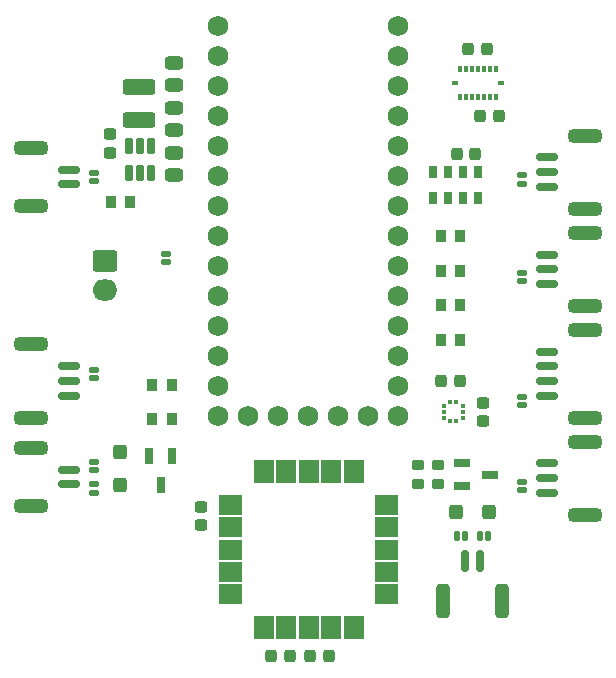
<source format=gbr>
%TF.GenerationSoftware,KiCad,Pcbnew,8.0.1*%
%TF.CreationDate,2024-04-29T03:40:20-07:00*%
%TF.ProjectId,CanSat PCB,43616e53-6174-4205-9043-422e6b696361,4*%
%TF.SameCoordinates,Original*%
%TF.FileFunction,Soldermask,Top*%
%TF.FilePolarity,Negative*%
%FSLAX46Y46*%
G04 Gerber Fmt 4.6, Leading zero omitted, Abs format (unit mm)*
G04 Created by KiCad (PCBNEW 8.0.1) date 2024-04-29 03:40:20*
%MOMM*%
%LPD*%
G01*
G04 APERTURE LIST*
G04 Aperture macros list*
%AMRoundRect*
0 Rectangle with rounded corners*
0 $1 Rounding radius*
0 $2 $3 $4 $5 $6 $7 $8 $9 X,Y pos of 4 corners*
0 Add a 4 corners polygon primitive as box body*
4,1,4,$2,$3,$4,$5,$6,$7,$8,$9,$2,$3,0*
0 Add four circle primitives for the rounded corners*
1,1,$1+$1,$2,$3*
1,1,$1+$1,$4,$5*
1,1,$1+$1,$6,$7*
1,1,$1+$1,$8,$9*
0 Add four rect primitives between the rounded corners*
20,1,$1+$1,$2,$3,$4,$5,0*
20,1,$1+$1,$4,$5,$6,$7,0*
20,1,$1+$1,$6,$7,$8,$9,0*
20,1,$1+$1,$8,$9,$2,$3,0*%
G04 Aperture macros list end*
%ADD10C,0.010000*%
%ADD11RoundRect,0.264941X-0.785859X0.635859X-0.785859X-0.635859X0.785859X-0.635859X0.785859X0.635859X0*%
%ADD12O,2.101600X1.801600*%
%ADD13RoundRect,0.062700X-0.338100X0.188100X-0.338100X-0.188100X0.338100X-0.188100X0.338100X0.188100X0*%
%ADD14RoundRect,0.062700X0.338100X-0.188100X0.338100X0.188100X-0.338100X0.188100X-0.338100X-0.188100X0*%
%ADD15RoundRect,0.062700X0.188100X0.338100X-0.188100X0.338100X-0.188100X-0.338100X0.188100X-0.338100X0*%
%ADD16RoundRect,0.062700X-0.188100X-0.338100X0.188100X-0.338100X0.188100X0.338100X-0.188100X0.338100X0*%
%ADD17RoundRect,0.275400X-1.125400X0.275400X-1.125400X-0.275400X1.125400X-0.275400X1.125400X0.275400X0*%
%ADD18RoundRect,0.175400X-0.725400X0.175400X-0.725400X-0.175400X0.725400X-0.175400X0.725400X0.175400X0*%
%ADD19RoundRect,0.250400X0.250400X0.275400X-0.250400X0.275400X-0.250400X-0.275400X0.250400X-0.275400X0*%
%ADD20RoundRect,0.225400X0.225400X0.300400X-0.225400X0.300400X-0.225400X-0.300400X0.225400X-0.300400X0*%
%ADD21RoundRect,0.250400X0.275400X-0.250400X0.275400X0.250400X-0.275400X0.250400X-0.275400X-0.250400X0*%
%ADD22RoundRect,0.225400X-0.300400X0.225400X-0.300400X-0.225400X0.300400X-0.225400X0.300400X0.225400X0*%
%ADD23RoundRect,0.275400X0.500400X-0.275400X0.500400X0.275400X-0.500400X0.275400X-0.500400X-0.275400X0*%
%ADD24RoundRect,0.225400X-0.225400X-0.300400X0.225400X-0.300400X0.225400X0.300400X-0.225400X0.300400X0*%
%ADD25RoundRect,0.050800X-0.275000X0.475000X-0.275000X-0.475000X0.275000X-0.475000X0.275000X0.475000X0*%
%ADD26RoundRect,0.275400X1.125400X-0.275400X1.125400X0.275400X-1.125400X0.275400X-1.125400X-0.275400X0*%
%ADD27RoundRect,0.175400X0.725400X-0.175400X0.725400X0.175400X-0.725400X0.175400X-0.725400X-0.175400X0*%
%ADD28RoundRect,0.050800X-0.660400X0.254000X-0.660400X-0.254000X0.660400X-0.254000X0.660400X0.254000X0*%
%ADD29RoundRect,0.250400X-0.275400X0.250400X-0.275400X-0.250400X0.275400X-0.250400X0.275400X0.250400X0*%
%ADD30RoundRect,0.273091X-0.327709X-0.327709X0.327709X-0.327709X0.327709X0.327709X-0.327709X0.327709X0*%
%ADD31RoundRect,0.175400X0.175400X-0.537900X0.175400X0.537900X-0.175400X0.537900X-0.175400X-0.537900X0*%
%ADD32RoundRect,0.050800X-0.127000X-0.241300X0.127000X-0.241300X0.127000X0.241300X-0.127000X0.241300X0*%
%ADD33RoundRect,0.050800X0.241300X-0.127000X0.241300X0.127000X-0.241300X0.127000X-0.241300X-0.127000X0*%
%ADD34RoundRect,0.250400X-0.250400X-0.275400X0.250400X-0.275400X0.250400X0.275400X-0.250400X0.275400X0*%
%ADD35C,1.734000*%
%ADD36RoundRect,0.050800X-0.127000X-0.139700X0.127000X-0.139700X0.127000X0.139700X-0.127000X0.139700X0*%
%ADD37RoundRect,0.050800X-0.139700X0.127000X-0.139700X-0.127000X0.139700X-0.127000X0.139700X0.127000X0*%
%ADD38RoundRect,0.275400X-0.500400X0.275400X-0.500400X-0.275400X0.500400X-0.275400X0.500400X0.275400X0*%
%ADD39RoundRect,0.050800X0.254000X0.660400X-0.254000X0.660400X-0.254000X-0.660400X0.254000X-0.660400X0*%
%ADD40RoundRect,0.273091X-0.327709X0.327709X-0.327709X-0.327709X0.327709X-0.327709X0.327709X0.327709X0*%
%ADD41RoundRect,0.275400X0.275400X1.175400X-0.275400X1.175400X-0.275400X-1.175400X0.275400X-1.175400X0*%
%ADD42RoundRect,0.175400X0.175400X0.725400X-0.175400X0.725400X-0.175400X-0.725400X0.175400X-0.725400X0*%
%ADD43RoundRect,0.270320X1.105480X-0.405480X1.105480X0.405480X-1.105480X0.405480X-1.105480X-0.405480X0*%
G04 APERTURE END LIST*
D10*
%TO.C,U5*%
X92902000Y-79696800D02*
X91002000Y-79696800D01*
X91002000Y-78096800D01*
X92902000Y-78096800D01*
X92902000Y-79696800D01*
G36*
X92902000Y-79696800D02*
G01*
X91002000Y-79696800D01*
X91002000Y-78096800D01*
X92902000Y-78096800D01*
X92902000Y-79696800D01*
G37*
X92902000Y-81596800D02*
X91002000Y-81596800D01*
X91002000Y-79996800D01*
X92902000Y-79996800D01*
X92902000Y-81596800D01*
G36*
X92902000Y-81596800D02*
G01*
X91002000Y-81596800D01*
X91002000Y-79996800D01*
X92902000Y-79996800D01*
X92902000Y-81596800D01*
G37*
X92902000Y-83496800D02*
X91002000Y-83496800D01*
X91002000Y-81896800D01*
X92902000Y-81896800D01*
X92902000Y-83496800D01*
G36*
X92902000Y-83496800D02*
G01*
X91002000Y-83496800D01*
X91002000Y-81896800D01*
X92902000Y-81896800D01*
X92902000Y-83496800D01*
G37*
X92902000Y-85396800D02*
X91002000Y-85396800D01*
X91002000Y-83796800D01*
X92902000Y-83796800D01*
X92902000Y-85396800D01*
G36*
X92902000Y-85396800D02*
G01*
X91002000Y-85396800D01*
X91002000Y-83796800D01*
X92902000Y-83796800D01*
X92902000Y-85396800D01*
G37*
X92902000Y-87296800D02*
X91002000Y-87296800D01*
X91002000Y-85696800D01*
X92902000Y-85696800D01*
X92902000Y-87296800D01*
G36*
X92902000Y-87296800D02*
G01*
X91002000Y-87296800D01*
X91002000Y-85696800D01*
X92902000Y-85696800D01*
X92902000Y-87296800D01*
G37*
X95552000Y-77046800D02*
X93952000Y-77046800D01*
X93952000Y-75146800D01*
X95552000Y-75146800D01*
X95552000Y-77046800D01*
G36*
X95552000Y-77046800D02*
G01*
X93952000Y-77046800D01*
X93952000Y-75146800D01*
X95552000Y-75146800D01*
X95552000Y-77046800D01*
G37*
X95552000Y-90246800D02*
X93952000Y-90246800D01*
X93952000Y-88346800D01*
X95552000Y-88346800D01*
X95552000Y-90246800D01*
G36*
X95552000Y-90246800D02*
G01*
X93952000Y-90246800D01*
X93952000Y-88346800D01*
X95552000Y-88346800D01*
X95552000Y-90246800D01*
G37*
X97452000Y-77046800D02*
X95852000Y-77046800D01*
X95852000Y-75146800D01*
X97452000Y-75146800D01*
X97452000Y-77046800D01*
G36*
X97452000Y-77046800D02*
G01*
X95852000Y-77046800D01*
X95852000Y-75146800D01*
X97452000Y-75146800D01*
X97452000Y-77046800D01*
G37*
X97452000Y-90246800D02*
X95852000Y-90246800D01*
X95852000Y-88346800D01*
X97452000Y-88346800D01*
X97452000Y-90246800D01*
G36*
X97452000Y-90246800D02*
G01*
X95852000Y-90246800D01*
X95852000Y-88346800D01*
X97452000Y-88346800D01*
X97452000Y-90246800D01*
G37*
X99352000Y-77046800D02*
X97752000Y-77046800D01*
X97752000Y-75146800D01*
X99352000Y-75146800D01*
X99352000Y-77046800D01*
G36*
X99352000Y-77046800D02*
G01*
X97752000Y-77046800D01*
X97752000Y-75146800D01*
X99352000Y-75146800D01*
X99352000Y-77046800D01*
G37*
X99352000Y-90246800D02*
X97752000Y-90246800D01*
X97752000Y-88346800D01*
X99352000Y-88346800D01*
X99352000Y-90246800D01*
G36*
X99352000Y-90246800D02*
G01*
X97752000Y-90246800D01*
X97752000Y-88346800D01*
X99352000Y-88346800D01*
X99352000Y-90246800D01*
G37*
X101252000Y-77046800D02*
X99652000Y-77046800D01*
X99652000Y-75146800D01*
X101252000Y-75146800D01*
X101252000Y-77046800D01*
G36*
X101252000Y-77046800D02*
G01*
X99652000Y-77046800D01*
X99652000Y-75146800D01*
X101252000Y-75146800D01*
X101252000Y-77046800D01*
G37*
X101252000Y-90246800D02*
X99652000Y-90246800D01*
X99652000Y-88346800D01*
X101252000Y-88346800D01*
X101252000Y-90246800D01*
G36*
X101252000Y-90246800D02*
G01*
X99652000Y-90246800D01*
X99652000Y-88346800D01*
X101252000Y-88346800D01*
X101252000Y-90246800D01*
G37*
X103152000Y-77046800D02*
X101552000Y-77046800D01*
X101552000Y-75146800D01*
X103152000Y-75146800D01*
X103152000Y-77046800D01*
G36*
X103152000Y-77046800D02*
G01*
X101552000Y-77046800D01*
X101552000Y-75146800D01*
X103152000Y-75146800D01*
X103152000Y-77046800D01*
G37*
X103152000Y-90246800D02*
X101552000Y-90246800D01*
X101552000Y-88346800D01*
X103152000Y-88346800D01*
X103152000Y-90246800D01*
G36*
X103152000Y-90246800D02*
G01*
X101552000Y-90246800D01*
X101552000Y-88346800D01*
X103152000Y-88346800D01*
X103152000Y-90246800D01*
G37*
X106102000Y-79696800D02*
X104202000Y-79696800D01*
X104202000Y-78096800D01*
X106102000Y-78096800D01*
X106102000Y-79696800D01*
G36*
X106102000Y-79696800D02*
G01*
X104202000Y-79696800D01*
X104202000Y-78096800D01*
X106102000Y-78096800D01*
X106102000Y-79696800D01*
G37*
X106102000Y-81596800D02*
X104202000Y-81596800D01*
X104202000Y-79996800D01*
X106102000Y-79996800D01*
X106102000Y-81596800D01*
G36*
X106102000Y-81596800D02*
G01*
X104202000Y-81596800D01*
X104202000Y-79996800D01*
X106102000Y-79996800D01*
X106102000Y-81596800D01*
G37*
X106102000Y-83496800D02*
X104202000Y-83496800D01*
X104202000Y-81896800D01*
X106102000Y-81896800D01*
X106102000Y-83496800D01*
G36*
X106102000Y-83496800D02*
G01*
X104202000Y-83496800D01*
X104202000Y-81896800D01*
X106102000Y-81896800D01*
X106102000Y-83496800D01*
G37*
X106102000Y-85396800D02*
X104202000Y-85396800D01*
X104202000Y-83796800D01*
X106102000Y-83796800D01*
X106102000Y-85396800D01*
G36*
X106102000Y-85396800D02*
G01*
X104202000Y-85396800D01*
X104202000Y-83796800D01*
X106102000Y-83796800D01*
X106102000Y-85396800D01*
G37*
X106102000Y-87296800D02*
X104202000Y-87296800D01*
X104202000Y-85696800D01*
X106102000Y-85696800D01*
X106102000Y-87296800D01*
G36*
X106102000Y-87296800D02*
G01*
X104202000Y-87296800D01*
X104202000Y-85696800D01*
X106102000Y-85696800D01*
X106102000Y-87296800D01*
G37*
%TD*%
D11*
%TO.C,J8*%
X81354000Y-58282000D03*
D12*
X81354000Y-60782000D03*
%TD*%
D13*
%TO.C,D3*%
X116687600Y-69793600D03*
X116687600Y-70493600D03*
%TD*%
%TO.C,D4*%
X116687600Y-51048400D03*
X116687600Y-51748400D03*
%TD*%
%TO.C,D5*%
X116687600Y-59334400D03*
X116687600Y-60034400D03*
%TD*%
%TO.C,D6*%
X116687600Y-77012800D03*
X116687600Y-77712800D03*
%TD*%
D14*
%TO.C,D7*%
X80416400Y-68213200D03*
X80416400Y-67513200D03*
%TD*%
D13*
%TO.C,D8*%
X80416400Y-77216000D03*
X80416400Y-77916000D03*
%TD*%
D14*
%TO.C,D9*%
X80416400Y-75985600D03*
X80416400Y-75285600D03*
%TD*%
D15*
%TO.C,D10*%
X111856000Y-81579200D03*
X111156000Y-81579200D03*
%TD*%
D16*
%TO.C,D11*%
X113086400Y-81579200D03*
X113786400Y-81579200D03*
%TD*%
D14*
%TO.C,D12*%
X86512400Y-58414400D03*
X86512400Y-57714400D03*
%TD*%
%TO.C,D13*%
X80416400Y-51550800D03*
X80416400Y-50850800D03*
%TD*%
D17*
%TO.C,J5*%
X75104000Y-71572800D03*
X75104000Y-65372800D03*
D18*
X78304000Y-69722800D03*
X78304000Y-68472800D03*
X78304000Y-67222800D03*
%TD*%
D19*
%TO.C,C9*%
X112691900Y-49215900D03*
X111141900Y-49215900D03*
%TD*%
D20*
%TO.C,R11*%
X83476600Y-53283600D03*
X81826600Y-53283600D03*
%TD*%
%TO.C,R4*%
X111429600Y-65018400D03*
X109779600Y-65018400D03*
%TD*%
D21*
%TO.C,C2*%
X81737200Y-49131000D03*
X81737200Y-47581000D03*
%TD*%
%TO.C,C12*%
X89458800Y-80677800D03*
X89458800Y-79127800D03*
%TD*%
D22*
%TO.C,R7*%
X107848400Y-75572600D03*
X107848400Y-77222600D03*
%TD*%
D20*
%TO.C,R2*%
X111429600Y-56179200D03*
X109779600Y-56179200D03*
%TD*%
D23*
%TO.C,C1*%
X87223600Y-51033200D03*
X87223600Y-49133200D03*
%TD*%
D24*
%TO.C,R6*%
X85331800Y-71724000D03*
X86981800Y-71724000D03*
%TD*%
D20*
%TO.C,R3*%
X111429600Y-62072000D03*
X109779600Y-62072000D03*
%TD*%
D25*
%TO.C,U4*%
X112902900Y-50807900D03*
X111652900Y-50807900D03*
X110402900Y-50807900D03*
X109152900Y-50807900D03*
X109152900Y-52957900D03*
X110402900Y-52957900D03*
X111652900Y-52957900D03*
X112902900Y-52957900D03*
%TD*%
D26*
%TO.C,J4*%
X122000000Y-73602400D03*
X122000000Y-79802400D03*
D27*
X118800000Y-75452400D03*
X118800000Y-76702400D03*
X118800000Y-77952400D03*
%TD*%
D24*
%TO.C,R5*%
X85331800Y-68828400D03*
X86981800Y-68828400D03*
%TD*%
D28*
%TO.C,U8*%
X111582200Y-75447599D03*
X111582200Y-77347601D03*
X113969800Y-76397600D03*
%TD*%
D29*
%TO.C,C6*%
X113334800Y-70288600D03*
X113334800Y-71838600D03*
%TD*%
D30*
%TO.C,D2*%
X111085400Y-79598000D03*
X113885400Y-79598000D03*
%TD*%
D22*
%TO.C,R8*%
X109524800Y-75572600D03*
X109524800Y-77222600D03*
%TD*%
D31*
%TO.C,U1*%
X83378000Y-50865100D03*
X84328000Y-50865100D03*
X85278000Y-50865100D03*
X85278000Y-48590100D03*
X84328000Y-48590100D03*
X83378000Y-48590100D03*
%TD*%
D26*
%TO.C,J2*%
X122000000Y-47694400D03*
X122000000Y-53894400D03*
D27*
X118800000Y-49544400D03*
X118800000Y-50794400D03*
X118800000Y-52044400D03*
%TD*%
D32*
%TO.C,U3*%
X111428400Y-42069500D03*
X111928399Y-42069500D03*
X112428401Y-42069500D03*
X112928400Y-42069500D03*
X113428399Y-42069500D03*
X113928401Y-42069500D03*
X114428400Y-42069500D03*
D33*
X114839700Y-43225200D03*
D32*
X114428400Y-44380900D03*
X113928401Y-44380900D03*
X113428399Y-44380900D03*
X112928400Y-44380900D03*
X112428401Y-44380900D03*
X111928399Y-44380900D03*
X111428400Y-44380900D03*
D33*
X111017100Y-43225200D03*
%TD*%
D34*
%TO.C,C7*%
X113118600Y-46070000D03*
X114668600Y-46070000D03*
%TD*%
%TO.C,C11*%
X98742200Y-91721100D03*
X100292200Y-91721100D03*
%TD*%
D23*
%TO.C,C4*%
X87223600Y-43413200D03*
X87223600Y-41513200D03*
%TD*%
D35*
%TO.C,U6*%
X90932000Y-40990000D03*
X90932000Y-43530000D03*
X90932000Y-46070000D03*
X90932000Y-48610000D03*
X96012000Y-71470000D03*
X106172000Y-43530000D03*
X90932000Y-51150000D03*
X90932000Y-53690000D03*
X90932000Y-56230000D03*
X90932000Y-58770000D03*
X90932000Y-61310000D03*
X90932000Y-63850000D03*
X90932000Y-66390000D03*
X90932000Y-68930000D03*
X90932000Y-71470000D03*
X106172000Y-71470000D03*
X106172000Y-68930000D03*
X106172000Y-66390000D03*
X106172000Y-63850000D03*
X106172000Y-61310000D03*
X106172000Y-58770000D03*
X106172000Y-56230000D03*
X106172000Y-53690000D03*
X106172000Y-51150000D03*
X106172000Y-48610000D03*
X106172000Y-46070000D03*
X90932000Y-38450000D03*
X98552000Y-71470000D03*
X106172000Y-40990000D03*
X103632000Y-71470000D03*
X101092000Y-71470000D03*
X93472000Y-71470000D03*
X106172000Y-38450000D03*
%TD*%
D36*
%TO.C,U2*%
X111095600Y-70276200D03*
X110595600Y-70276200D03*
D37*
X110058200Y-70563601D03*
X110058200Y-71063600D03*
X110058200Y-71563599D03*
D36*
X110595600Y-71851000D03*
X111095600Y-71851000D03*
D37*
X111633000Y-71563599D03*
X111633000Y-71063600D03*
X111633000Y-70563601D03*
%TD*%
D20*
%TO.C,R1*%
X111429600Y-59125600D03*
X109779600Y-59125600D03*
%TD*%
D34*
%TO.C,C8*%
X112102600Y-40380400D03*
X113652600Y-40380400D03*
%TD*%
D17*
%TO.C,J6*%
X75104000Y-79075800D03*
X75104000Y-74125800D03*
D18*
X78304000Y-77225800D03*
X78304000Y-75975800D03*
%TD*%
D38*
%TO.C,C3*%
X87223600Y-45323200D03*
X87223600Y-47223200D03*
%TD*%
D26*
%TO.C,J1*%
X122000000Y-64138200D03*
X122000000Y-71588200D03*
D27*
X118800000Y-65988200D03*
X118800000Y-67238200D03*
X118800000Y-68488200D03*
X118800000Y-69738200D03*
%TD*%
D39*
%TO.C,U7*%
X87005201Y-74848200D03*
X85105199Y-74848200D03*
X86055200Y-77235800D03*
%TD*%
D19*
%TO.C,C5*%
X111379600Y-68498200D03*
X109829600Y-68498200D03*
%TD*%
%TO.C,C10*%
X96990200Y-91721100D03*
X95440200Y-91721100D03*
%TD*%
D40*
%TO.C,D1*%
X82651600Y-74438800D03*
X82651600Y-77238800D03*
%TD*%
D41*
%TO.C,J7*%
X109996200Y-87094000D03*
X114946200Y-87094000D03*
D42*
X111846200Y-83744000D03*
X113096200Y-83744000D03*
%TD*%
D17*
%TO.C,J9*%
X75104000Y-53675800D03*
X75104000Y-48725800D03*
D18*
X78304000Y-51825800D03*
X78304000Y-50575800D03*
%TD*%
D26*
%TO.C,J3*%
X122000000Y-55924000D03*
X122000000Y-62124000D03*
D27*
X118800000Y-57774000D03*
X118800000Y-59024000D03*
X118800000Y-60274000D03*
%TD*%
D43*
%TO.C,L1*%
X84226400Y-46403200D03*
X84226400Y-43603200D03*
%TD*%
M02*

</source>
